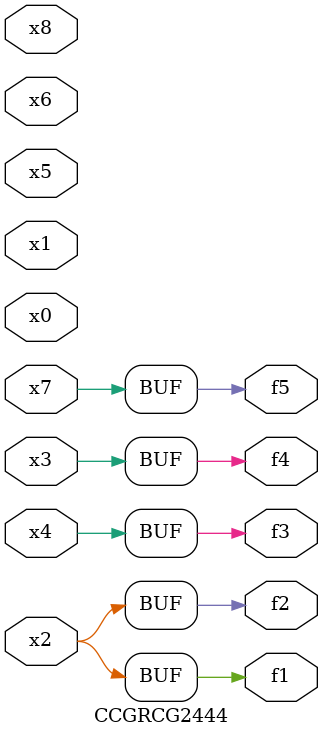
<source format=v>
module CCGRCG2444(
	input x0, x1, x2, x3, x4, x5, x6, x7, x8,
	output f1, f2, f3, f4, f5
);
	assign f1 = x2;
	assign f2 = x2;
	assign f3 = x4;
	assign f4 = x3;
	assign f5 = x7;
endmodule

</source>
